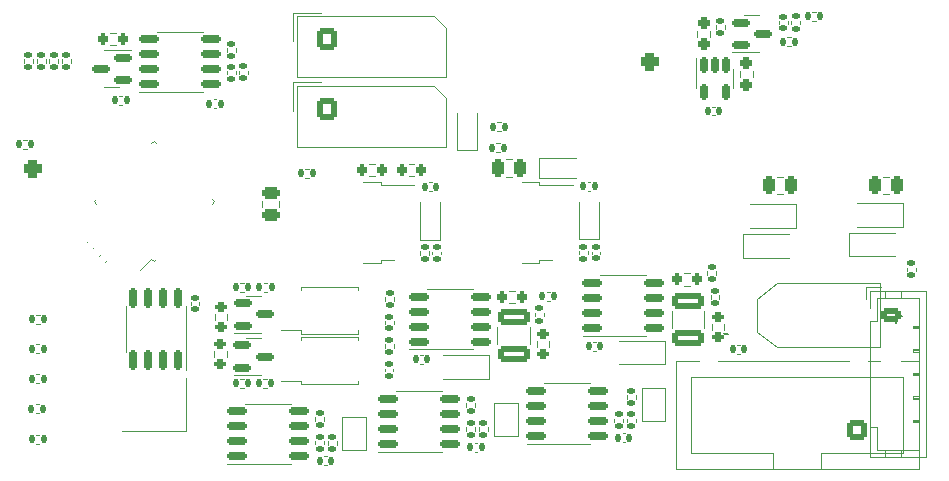
<source format=gbr>
%TF.GenerationSoftware,KiCad,Pcbnew,(6.0.11)*%
%TF.CreationDate,2024-02-10T16:45:40+09:00*%
%TF.ProjectId,SmallMD,536d616c-6c4d-4442-9e6b-696361645f70,rev?*%
%TF.SameCoordinates,Original*%
%TF.FileFunction,Legend,Bot*%
%TF.FilePolarity,Positive*%
%FSLAX46Y46*%
G04 Gerber Fmt 4.6, Leading zero omitted, Abs format (unit mm)*
G04 Created by KiCad (PCBNEW (6.0.11)) date 2024-02-10 16:45:40*
%MOMM*%
%LPD*%
G01*
G04 APERTURE LIST*
G04 Aperture macros list*
%AMRoundRect*
0 Rectangle with rounded corners*
0 $1 Rounding radius*
0 $2 $3 $4 $5 $6 $7 $8 $9 X,Y pos of 4 corners*
0 Add a 4 corners polygon primitive as box body*
4,1,4,$2,$3,$4,$5,$6,$7,$8,$9,$2,$3,0*
0 Add four circle primitives for the rounded corners*
1,1,$1+$1,$2,$3*
1,1,$1+$1,$4,$5*
1,1,$1+$1,$6,$7*
1,1,$1+$1,$8,$9*
0 Add four rect primitives between the rounded corners*
20,1,$1+$1,$2,$3,$4,$5,0*
20,1,$1+$1,$4,$5,$6,$7,0*
20,1,$1+$1,$6,$7,$8,$9,0*
20,1,$1+$1,$8,$9,$2,$3,0*%
%AMFreePoly0*
4,1,6,1.000000,0.000000,0.500000,-0.750000,-0.500000,-0.750000,-0.500000,0.750000,0.500000,0.750000,1.000000,0.000000,1.000000,0.000000,$1*%
%AMFreePoly1*
4,1,6,0.500000,-0.750000,-0.650000,-0.750000,-0.150000,0.000000,-0.650000,0.750000,0.500000,0.750000,0.500000,-0.750000,0.500000,-0.750000,$1*%
G04 Aperture macros list end*
%ADD10C,0.150000*%
%ADD11C,0.120000*%
%ADD12RoundRect,0.381000X-0.381000X-0.381000X0.381000X-0.381000X0.381000X0.381000X-0.381000X0.381000X0*%
%ADD13C,1.524000*%
%ADD14R,3.800000X3.800000*%
%ADD15C,3.800000*%
%ADD16C,2.000000*%
%ADD17R,1.700000X1.700000*%
%ADD18O,1.700000X1.700000*%
%ADD19C,1.600000*%
%ADD20O,1.600000X1.600000*%
%ADD21R,1.600000X1.600000*%
%ADD22R,0.900000X1.200000*%
%ADD23RoundRect,0.135000X0.135000X0.185000X-0.135000X0.185000X-0.135000X-0.185000X0.135000X-0.185000X0*%
%ADD24RoundRect,0.150000X-0.675000X-0.150000X0.675000X-0.150000X0.675000X0.150000X-0.675000X0.150000X0*%
%ADD25RoundRect,0.250000X-0.475000X0.250000X-0.475000X-0.250000X0.475000X-0.250000X0.475000X0.250000X0*%
%ADD26RoundRect,0.135000X-0.185000X0.135000X-0.185000X-0.135000X0.185000X-0.135000X0.185000X0.135000X0*%
%ADD27RoundRect,0.140000X0.170000X-0.140000X0.170000X0.140000X-0.170000X0.140000X-0.170000X-0.140000X0*%
%ADD28R,1.000000X1.000000*%
%ADD29RoundRect,0.250000X-0.600000X-0.675000X0.600000X-0.675000X0.600000X0.675000X-0.600000X0.675000X0*%
%ADD30O,1.700000X1.850000*%
%ADD31RoundRect,0.140000X-0.170000X0.140000X-0.170000X-0.140000X0.170000X-0.140000X0.170000X0.140000X0*%
%ADD32RoundRect,0.237500X0.237500X-0.250000X0.237500X0.250000X-0.237500X0.250000X-0.237500X-0.250000X0*%
%ADD33R,2.000000X0.640000*%
%ADD34R,2.200000X1.200000*%
%ADD35R,6.400000X5.800000*%
%ADD36RoundRect,0.200000X-0.200000X-0.275000X0.200000X-0.275000X0.200000X0.275000X-0.200000X0.275000X0*%
%ADD37RoundRect,0.200000X-0.275000X0.200000X-0.275000X-0.200000X0.275000X-0.200000X0.275000X0.200000X0*%
%ADD38RoundRect,0.135000X0.185000X-0.135000X0.185000X0.135000X-0.185000X0.135000X-0.185000X-0.135000X0*%
%ADD39C,4.000000*%
%ADD40R,2.100000X1.800000*%
%ADD41RoundRect,0.135000X-0.135000X-0.185000X0.135000X-0.185000X0.135000X0.185000X-0.135000X0.185000X0*%
%ADD42RoundRect,0.150000X-0.150000X0.512500X-0.150000X-0.512500X0.150000X-0.512500X0.150000X0.512500X0*%
%ADD43RoundRect,0.250000X0.600000X-0.600000X0.600000X0.600000X-0.600000X0.600000X-0.600000X-0.600000X0*%
%ADD44C,1.700000*%
%ADD45RoundRect,0.140000X-0.140000X-0.170000X0.140000X-0.170000X0.140000X0.170000X-0.140000X0.170000X0*%
%ADD46RoundRect,0.150000X0.150000X-0.675000X0.150000X0.675000X-0.150000X0.675000X-0.150000X-0.675000X0*%
%ADD47RoundRect,0.250000X0.250000X0.475000X-0.250000X0.475000X-0.250000X-0.475000X0.250000X-0.475000X0*%
%ADD48FreePoly0,270.000000*%
%ADD49FreePoly1,270.000000*%
%ADD50RoundRect,0.200000X0.200000X0.275000X-0.200000X0.275000X-0.200000X-0.275000X0.200000X-0.275000X0*%
%ADD51RoundRect,0.140000X-0.021213X0.219203X-0.219203X0.021213X0.021213X-0.219203X0.219203X-0.021213X0*%
%ADD52RoundRect,0.150000X-0.587500X-0.150000X0.587500X-0.150000X0.587500X0.150000X-0.587500X0.150000X0*%
%ADD53RoundRect,0.140000X0.140000X0.170000X-0.140000X0.170000X-0.140000X-0.170000X0.140000X-0.170000X0*%
%ADD54RoundRect,0.237500X-0.237500X0.250000X-0.237500X-0.250000X0.237500X-0.250000X0.237500X0.250000X0*%
%ADD55RoundRect,0.250000X1.100000X-0.412500X1.100000X0.412500X-1.100000X0.412500X-1.100000X-0.412500X0*%
%ADD56RoundRect,0.250000X-0.625000X0.350000X-0.625000X-0.350000X0.625000X-0.350000X0.625000X0.350000X0*%
%ADD57O,1.750000X1.200000*%
%ADD58RoundRect,0.150000X0.587500X0.150000X-0.587500X0.150000X-0.587500X-0.150000X0.587500X-0.150000X0*%
%ADD59RoundRect,0.200000X0.275000X-0.200000X0.275000X0.200000X-0.275000X0.200000X-0.275000X-0.200000X0*%
%ADD60RoundRect,0.125000X-0.353553X-0.530330X0.530330X0.353553X0.353553X0.530330X-0.530330X-0.353553X0*%
%ADD61RoundRect,0.125000X0.353553X-0.530330X0.530330X-0.353553X-0.353553X0.530330X-0.530330X0.353553X0*%
G04 APERTURE END LIST*
D10*
%TO.C,J4*%
X168601428Y-83217142D02*
X167458571Y-83217142D01*
X168030000Y-83788571D02*
X168030000Y-82645714D01*
X153851428Y-84717142D02*
X152708571Y-84717142D01*
D11*
%TO.C,D19*%
X159610000Y-73720000D02*
X159610000Y-75720000D01*
X159610000Y-73720000D02*
X155710000Y-73720000D01*
X159610000Y-75720000D02*
X155710000Y-75720000D01*
%TO.C,R1*%
X95573641Y-83820000D02*
X95266359Y-83820000D01*
X95573641Y-83060000D02*
X95266359Y-83060000D01*
%TO.C,U10*%
X130269072Y-85995315D02*
X126819072Y-85995315D01*
X130269072Y-85995315D02*
X132219072Y-85995315D01*
X130269072Y-80875315D02*
X128319072Y-80875315D01*
X130269072Y-80875315D02*
X132219072Y-80875315D01*
%TO.C,C7*%
X115845000Y-73458748D02*
X115845000Y-73981252D01*
X114375000Y-73458748D02*
X114375000Y-73981252D01*
%TO.C,R16*%
X94220000Y-61416359D02*
X94220000Y-61723641D01*
X94980000Y-61416359D02*
X94980000Y-61723641D01*
%TO.C,C23*%
X124800000Y-83857836D02*
X124800000Y-83642164D01*
X125520000Y-83857836D02*
X125520000Y-83642164D01*
%TO.C,U11*%
X144970000Y-84845000D02*
X146920000Y-84845000D01*
X144970000Y-79725000D02*
X143020000Y-79725000D01*
X144970000Y-79725000D02*
X146920000Y-79725000D01*
X144970000Y-84845000D02*
X141520000Y-84845000D01*
%TO.C,D8*%
X142932000Y-76672000D02*
X142932000Y-73522000D01*
X141232000Y-76672000D02*
X141232000Y-73522000D01*
X142932000Y-76672000D02*
X141232000Y-76672000D01*
%TO.C,J5*%
X117000000Y-57510000D02*
X119410000Y-57510000D01*
X129920000Y-62930000D02*
X117300000Y-62930000D01*
X117000000Y-59920000D02*
X117000000Y-57510000D01*
X128920000Y-57810000D02*
X129920000Y-58810000D01*
X129920000Y-58810000D02*
X129920000Y-62930000D01*
X117300000Y-57810000D02*
X128920000Y-57810000D01*
X117300000Y-62930000D02*
X117300000Y-57810000D01*
%TO.C,R34*%
X134521141Y-69296385D02*
X134213859Y-69296385D01*
X134521141Y-68536385D02*
X134213859Y-68536385D01*
%TO.C,R38*%
X132435000Y-92574608D02*
X132435000Y-92881890D01*
X131675000Y-92574608D02*
X131675000Y-92881890D01*
%TO.C,R43*%
X133470525Y-92574608D02*
X133470525Y-92881890D01*
X132710525Y-92574608D02*
X132710525Y-92881890D01*
%TO.C,U12*%
X140230000Y-94000000D02*
X142180000Y-94000000D01*
X140230000Y-88880000D02*
X138280000Y-88880000D01*
X140230000Y-88880000D02*
X142180000Y-88880000D01*
X140230000Y-94000000D02*
X136780000Y-94000000D01*
%TO.C,C22*%
X125500000Y-87852836D02*
X125500000Y-87637164D01*
X124780000Y-87852836D02*
X124780000Y-87637164D01*
%TO.C,C3*%
X128810000Y-77742165D02*
X128810000Y-77957837D01*
X129530000Y-77742165D02*
X129530000Y-77957837D01*
%TO.C,R6*%
X95533641Y-94000000D02*
X95226359Y-94000000D01*
X95533641Y-93240000D02*
X95226359Y-93240000D01*
%TO.C,R74*%
X144940000Y-91866359D02*
X144940000Y-92173641D01*
X144180000Y-91866359D02*
X144180000Y-92173641D01*
%TO.C,R45*%
X151237500Y-59522224D02*
X151237500Y-59012776D01*
X152282500Y-59522224D02*
X152282500Y-59012776D01*
%TO.C,C1*%
X158870000Y-58242164D02*
X158870000Y-58457836D01*
X158150000Y-58242164D02*
X158150000Y-58457836D01*
%TO.C,C8*%
X109070000Y-82012164D02*
X109070000Y-82227836D01*
X108350000Y-82012164D02*
X108350000Y-82227836D01*
%TO.C,J6*%
X117300000Y-68830000D02*
X117300000Y-63710000D01*
X129920000Y-68830000D02*
X117300000Y-68830000D01*
X128920000Y-63710000D02*
X129920000Y-64710000D01*
X117300000Y-63710000D02*
X128920000Y-63710000D01*
X117000000Y-63410000D02*
X119410000Y-63410000D01*
X117000000Y-65820000D02*
X117000000Y-63410000D01*
X129920000Y-64710000D02*
X129920000Y-68830000D01*
%TO.C,U9*%
X122479999Y-80990001D02*
X122479999Y-80690001D01*
X117679999Y-84390001D02*
X115979999Y-84390001D01*
X122479999Y-80690001D02*
X117679999Y-80690001D01*
X117679999Y-80690001D02*
X117679999Y-80990001D01*
X122479999Y-84690001D02*
X122479999Y-84390001D01*
X117679999Y-84690001D02*
X122479999Y-84690001D01*
X117679999Y-84390001D02*
X117679999Y-84690001D01*
%TO.C,R15*%
X97440000Y-61426359D02*
X97440000Y-61733641D01*
X98200000Y-61426359D02*
X98200000Y-61733641D01*
%TO.C,U2*%
X136370000Y-71809999D02*
X137870000Y-71809999D01*
X137870000Y-72079999D02*
X140700000Y-72079999D01*
X137870000Y-78709999D02*
X137870000Y-78439999D01*
X137870000Y-71809999D02*
X137870000Y-72079999D01*
X136370000Y-78709999D02*
X137870000Y-78709999D01*
X137870000Y-78439999D02*
X138970000Y-78439999D01*
%TO.C,D15*%
X133610000Y-88515000D02*
X129710000Y-88515000D01*
X133610000Y-86515000D02*
X129710000Y-86515000D01*
X133610000Y-86515000D02*
X133610000Y-88515000D01*
%TO.C,R66*%
X150112742Y-80607500D02*
X150587258Y-80607500D01*
X150112742Y-79562500D02*
X150587258Y-79562500D01*
%TO.C,R71*%
X152840000Y-79381359D02*
X152840000Y-79688641D01*
X152080000Y-79381359D02*
X152080000Y-79688641D01*
%TO.C,R41*%
X111402500Y-83017742D02*
X111402500Y-83492258D01*
X110357500Y-83017742D02*
X110357500Y-83492258D01*
%TO.C,D7*%
X129470000Y-76720000D02*
X127770000Y-76720000D01*
X129470000Y-76720000D02*
X129470000Y-73570000D01*
X127770000Y-76720000D02*
X127770000Y-73570000D01*
%TO.C,R14*%
X96380000Y-61416359D02*
X96380000Y-61723641D01*
X97140000Y-61416359D02*
X97140000Y-61723641D01*
%TO.C,R37*%
X131675000Y-90584608D02*
X131675000Y-90891890D01*
X132435000Y-90584608D02*
X132435000Y-90891890D01*
%TO.C,R17*%
X141970000Y-77973641D02*
X141970000Y-77666359D01*
X141210000Y-77973641D02*
X141210000Y-77666359D01*
%TO.C,J4*%
X158020000Y-85820000D02*
X166740000Y-85820000D01*
X156320000Y-84520000D02*
X156320000Y-81700000D01*
X156320000Y-84520000D02*
X158020000Y-85820000D01*
X156320000Y-81700000D02*
X158020000Y-80400000D01*
X166740000Y-85820000D02*
X166740000Y-80400000D01*
X158020000Y-80400000D02*
X166740000Y-80400000D01*
%TO.C,Y1*%
X107950000Y-92928928D02*
X102550000Y-92928928D01*
X107950000Y-88428928D02*
X107950000Y-92928928D01*
%TO.C,D20*%
X155110000Y-76260000D02*
X159010000Y-76260000D01*
X155110000Y-78260000D02*
X155110000Y-76260000D01*
X155110000Y-78260000D02*
X159010000Y-78260000D01*
%TO.C,R59*%
X124800000Y-81873641D02*
X124800000Y-81566359D01*
X125560000Y-81873641D02*
X125560000Y-81566359D01*
%TO.C,R7*%
X160956359Y-58190000D02*
X161263641Y-58190000D01*
X160956359Y-57430000D02*
X161263641Y-57430000D01*
%TO.C,R8*%
X159180000Y-58176359D02*
X159180000Y-58483641D01*
X159940000Y-58176359D02*
X159940000Y-58483641D01*
%TO.C,R42*%
X119950000Y-93756359D02*
X119950000Y-94063641D01*
X120710000Y-93756359D02*
X120710000Y-94063641D01*
%TO.C,R48*%
X112526359Y-80365000D02*
X112833641Y-80365000D01*
X112526359Y-81125000D02*
X112833641Y-81125000D01*
%TO.C,R54*%
X102256359Y-64520000D02*
X102563641Y-64520000D01*
X102256359Y-65280000D02*
X102563641Y-65280000D01*
%TO.C,R72*%
X168950000Y-79086359D02*
X168950000Y-79393641D01*
X169710000Y-79086359D02*
X169710000Y-79393641D01*
%TO.C,R19*%
X128520000Y-78013641D02*
X128520000Y-77706359D01*
X127760000Y-78013641D02*
X127760000Y-77706359D01*
%TO.C,U6*%
X151160000Y-63107500D02*
X151160000Y-61307500D01*
X151160000Y-63107500D02*
X151160000Y-63907500D01*
X154280000Y-63107500D02*
X154280000Y-63907500D01*
X154280000Y-63107500D02*
X154280000Y-62307500D01*
%TO.C,J7*%
X149390000Y-96120000D02*
X169970000Y-96120000D01*
X169970000Y-87000000D02*
X149390000Y-87000000D01*
X157630000Y-94810000D02*
X157630000Y-94810000D01*
X150690000Y-88310000D02*
X150690000Y-94810000D01*
X161730000Y-96120000D02*
X161730000Y-94810000D01*
X157630000Y-94810000D02*
X157630000Y-96120000D01*
X169970000Y-96120000D02*
X169970000Y-87000000D01*
X149390000Y-87000000D02*
X149390000Y-96120000D01*
X168670000Y-94810000D02*
X168670000Y-88310000D01*
X150690000Y-94810000D02*
X157630000Y-94810000D01*
X168670000Y-88310000D02*
X150690000Y-88310000D01*
X161730000Y-94810000D02*
X168670000Y-94810000D01*
%TO.C,U1*%
X124440000Y-78700000D02*
X124440000Y-78430000D01*
X124440000Y-71800000D02*
X124440000Y-72070000D01*
X124440000Y-72070000D02*
X127270000Y-72070000D01*
X122940000Y-78700000D02*
X124440000Y-78700000D01*
X124440000Y-78430000D02*
X125540000Y-78430000D01*
X122940000Y-71800000D02*
X124440000Y-71800000D01*
%TO.C,C6*%
X141952164Y-72570000D02*
X142167836Y-72570000D01*
X141952164Y-71850000D02*
X142167836Y-71850000D01*
%TO.C,C24*%
X110302164Y-64850000D02*
X110517836Y-64850000D01*
X110302164Y-65570000D02*
X110517836Y-65570000D01*
%TO.C,U13*%
X102820000Y-84278929D02*
X102820000Y-86228929D01*
X107940000Y-84278929D02*
X107940000Y-87728929D01*
X102820000Y-84278929D02*
X102820000Y-82328929D01*
X107940000Y-84278929D02*
X107940000Y-82328929D01*
%TO.C,C17*%
X167471252Y-72855000D02*
X166948748Y-72855000D01*
X167471252Y-71385000D02*
X166948748Y-71385000D01*
%TO.C,R40*%
X111382500Y-86167742D02*
X111382500Y-86642258D01*
X110337500Y-86167742D02*
X110337500Y-86642258D01*
%TO.C,R73*%
X146000000Y-89886359D02*
X146000000Y-90193641D01*
X145240000Y-89886359D02*
X145240000Y-90193641D01*
%TO.C,JP1*%
X123180000Y-91760000D02*
X121180000Y-91760000D01*
X123180000Y-94560000D02*
X123180000Y-91760000D01*
X121180000Y-91760000D02*
X121180000Y-94560000D01*
X121180000Y-94560000D02*
X123180000Y-94560000D01*
%TO.C,C18*%
X158471252Y-71385000D02*
X157948748Y-71385000D01*
X158471252Y-72855000D02*
X157948748Y-72855000D01*
%TO.C,R13*%
X96060000Y-61416359D02*
X96060000Y-61723641D01*
X95300000Y-61416359D02*
X95300000Y-61723641D01*
%TO.C,R56*%
X112150000Y-60486359D02*
X112150000Y-60793641D01*
X111390000Y-60486359D02*
X111390000Y-60793641D01*
%TO.C,R49*%
X101996306Y-60242500D02*
X101521790Y-60242500D01*
X101996306Y-59197500D02*
X101521790Y-59197500D01*
%TO.C,U5*%
X127675000Y-89538249D02*
X129625000Y-89538249D01*
X127675000Y-94658249D02*
X124225000Y-94658249D01*
X127675000Y-89538249D02*
X125725000Y-89538249D01*
X127675000Y-94658249D02*
X129625000Y-94658249D01*
%TO.C,R12*%
X123922258Y-70287500D02*
X123447742Y-70287500D01*
X123922258Y-71332500D02*
X123447742Y-71332500D01*
%TO.C,U7*%
X107450000Y-59110000D02*
X109400000Y-59110000D01*
X107450000Y-64230000D02*
X104000000Y-64230000D01*
X107450000Y-59110000D02*
X105500000Y-59110000D01*
X107450000Y-64230000D02*
X109400000Y-64230000D01*
%TO.C,R64*%
X135322742Y-82077500D02*
X135797258Y-82077500D01*
X135322742Y-81032500D02*
X135797258Y-81032500D01*
%TO.C,R47*%
X112546359Y-88510000D02*
X112853641Y-88510000D01*
X112546359Y-89270000D02*
X112853641Y-89270000D01*
%TO.C,C11*%
X99681693Y-76789190D02*
X99529190Y-76941693D01*
X100190810Y-77298307D02*
X100038307Y-77450810D01*
%TO.C,R11*%
X127257258Y-70277500D02*
X126782742Y-70277500D01*
X127257258Y-71322500D02*
X126782742Y-71322500D01*
%TO.C,C29*%
X154622164Y-86370000D02*
X154837836Y-86370000D01*
X154622164Y-85650000D02*
X154837836Y-85650000D01*
%TO.C,D14*%
X130850000Y-69150000D02*
X130850000Y-66000000D01*
X132550000Y-69150000D02*
X132550000Y-66000000D01*
X132550000Y-69150000D02*
X130850000Y-69150000D01*
%TO.C,C30*%
X144902164Y-93120000D02*
X145117836Y-93120000D01*
X144902164Y-93840000D02*
X145117836Y-93840000D01*
%TO.C,Q15*%
X113670000Y-84600000D02*
X114320000Y-84600000D01*
X113670000Y-84600000D02*
X111995000Y-84600000D01*
X113670000Y-81480000D02*
X113020000Y-81480000D01*
X113670000Y-81480000D02*
X114320000Y-81480000D01*
%TO.C,U8*%
X117670000Y-88955000D02*
X122470000Y-88955000D01*
X122470000Y-85255000D02*
X122470000Y-84955000D01*
X122470000Y-88955000D02*
X122470000Y-88655000D01*
X122470000Y-84955000D02*
X117670000Y-84955000D01*
X117670000Y-84955000D02*
X117670000Y-85255000D01*
X117670000Y-88655000D02*
X117670000Y-88955000D01*
X117670000Y-88655000D02*
X115970000Y-88655000D01*
%TO.C,D22*%
X164110000Y-78120000D02*
X168010000Y-78120000D01*
X164110000Y-78120000D02*
X164110000Y-76120000D01*
X164110000Y-76120000D02*
X168010000Y-76120000D01*
%TO.C,R75*%
X145250000Y-91866359D02*
X145250000Y-92173641D01*
X146010000Y-91866359D02*
X146010000Y-92173641D01*
%TO.C,C2*%
X135551252Y-69915000D02*
X135028748Y-69915000D01*
X135551252Y-71385000D02*
X135028748Y-71385000D01*
%TO.C,C4*%
X143030000Y-77722164D02*
X143030000Y-77937836D01*
X142310000Y-77722164D02*
X142310000Y-77937836D01*
%TO.C,C12*%
X100761693Y-77959190D02*
X100609190Y-78111693D01*
X101270810Y-78468307D02*
X101118307Y-78620810D01*
%TO.C,JP2*%
X136025000Y-93358249D02*
X136025000Y-90558249D01*
X136025000Y-90558249D02*
X134025000Y-90558249D01*
X134025000Y-93358249D02*
X136025000Y-93358249D01*
X134025000Y-90558249D02*
X134025000Y-93358249D01*
%TO.C,C21*%
X132397164Y-93938249D02*
X132612836Y-93938249D01*
X132397164Y-94658249D02*
X132612836Y-94658249D01*
%TO.C,Q14*%
X113650000Y-85055000D02*
X113000000Y-85055000D01*
X113650000Y-88175000D02*
X114300000Y-88175000D01*
X113650000Y-88175000D02*
X111975000Y-88175000D01*
X113650000Y-85055000D02*
X114300000Y-85055000D01*
%TO.C,C20*%
X119626640Y-95067895D02*
X119842312Y-95067895D01*
X119626640Y-95787895D02*
X119842312Y-95787895D01*
%TO.C,C26*%
X142647836Y-86115000D02*
X142432164Y-86115000D01*
X142647836Y-85395000D02*
X142432164Y-85395000D01*
%TO.C,R57*%
X111400000Y-62416359D02*
X111400000Y-62723641D01*
X112160000Y-62416359D02*
X112160000Y-62723641D01*
%TO.C,R68*%
X137480000Y-82901359D02*
X137480000Y-83208641D01*
X138240000Y-82901359D02*
X138240000Y-83208641D01*
%TO.C,JP4*%
X148520000Y-89270000D02*
X146520000Y-89270000D01*
X146520000Y-89270000D02*
X146520000Y-92070000D01*
X148520000Y-92070000D02*
X148520000Y-89270000D01*
X146520000Y-92070000D02*
X148520000Y-92070000D01*
%TO.C,R44*%
X155912500Y-62442776D02*
X155912500Y-62952224D01*
X154867500Y-62442776D02*
X154867500Y-62952224D01*
%TO.C,R50*%
X114793641Y-89270000D02*
X114486359Y-89270000D01*
X114793641Y-88510000D02*
X114486359Y-88510000D01*
%TO.C,R3*%
X95533641Y-88880000D02*
X95226359Y-88880000D01*
X95533641Y-88120000D02*
X95226359Y-88120000D01*
%TO.C,R2*%
X95533641Y-86340000D02*
X95226359Y-86340000D01*
X95533641Y-85580000D02*
X95226359Y-85580000D01*
%TO.C,Q2*%
X155840000Y-57730000D02*
X155190000Y-57730000D01*
X155840000Y-57730000D02*
X156490000Y-57730000D01*
X155840000Y-60850000D02*
X154165000Y-60850000D01*
X155840000Y-60850000D02*
X156490000Y-60850000D01*
%TO.C,R60*%
X112410000Y-62713641D02*
X112410000Y-62406359D01*
X113170000Y-62713641D02*
X113170000Y-62406359D01*
%TO.C,R10*%
X152800000Y-58883641D02*
X152800000Y-58576359D01*
X153560000Y-58883641D02*
X153560000Y-58576359D01*
%TO.C,C28*%
X149100000Y-84206252D02*
X149100000Y-82783748D01*
X151820000Y-84206252D02*
X151820000Y-82783748D01*
%TO.C,D1*%
X137850000Y-71470000D02*
X137850000Y-69770000D01*
X137850000Y-71470000D02*
X141000000Y-71470000D01*
X137850000Y-69770000D02*
X141000000Y-69770000D01*
%TO.C,R4*%
X94473641Y-68250000D02*
X94166359Y-68250000D01*
X94473641Y-69010000D02*
X94166359Y-69010000D01*
%TO.C,R35*%
X119640000Y-91726359D02*
X119640000Y-92033641D01*
X118880000Y-91726359D02*
X118880000Y-92033641D01*
%TO.C,J8*%
X169460000Y-88190000D02*
X169960000Y-88190000D01*
X167160000Y-81030000D02*
X167160000Y-81640000D01*
X165550000Y-80730000D02*
X166800000Y-80730000D01*
X166460000Y-81640000D02*
X169960000Y-81640000D01*
X165850000Y-81030000D02*
X170570000Y-81030000D01*
X169960000Y-86090000D02*
X169460000Y-86090000D01*
X169460000Y-85990000D02*
X169460000Y-86190000D01*
X169460000Y-84190000D02*
X169960000Y-84190000D01*
X166460000Y-83590000D02*
X166460000Y-81640000D01*
X169460000Y-87990000D02*
X169460000Y-88190000D01*
X169960000Y-83990000D02*
X169460000Y-83990000D01*
X169460000Y-83990000D02*
X169460000Y-84190000D01*
X165850000Y-95150000D02*
X165850000Y-81030000D01*
X165850000Y-82790000D02*
X165650000Y-82790000D01*
X169960000Y-85990000D02*
X169460000Y-85990000D01*
X169460000Y-92190000D02*
X169960000Y-92190000D01*
X169460000Y-86190000D02*
X169960000Y-86190000D01*
X169960000Y-81640000D02*
X169960000Y-94540000D01*
X165750000Y-82790000D02*
X165750000Y-82490000D01*
X167160000Y-95150000D02*
X167160000Y-94540000D01*
X169960000Y-87990000D02*
X169460000Y-87990000D01*
X165650000Y-82790000D02*
X165650000Y-82490000D01*
X165550000Y-81980000D02*
X165550000Y-80730000D01*
X168460000Y-95150000D02*
X168460000Y-94540000D01*
X169960000Y-89990000D02*
X169460000Y-89990000D01*
X166460000Y-92590000D02*
X165850000Y-92590000D01*
X169960000Y-92090000D02*
X169460000Y-92090000D01*
X169960000Y-94540000D02*
X166460000Y-94540000D01*
X168460000Y-81030000D02*
X168460000Y-81640000D01*
X170570000Y-81030000D02*
X170570000Y-95150000D01*
X169960000Y-90090000D02*
X169460000Y-90090000D01*
X169960000Y-88090000D02*
X169460000Y-88090000D01*
X170570000Y-95150000D02*
X165850000Y-95150000D01*
X165650000Y-82490000D02*
X165850000Y-82490000D01*
X165850000Y-83590000D02*
X166460000Y-83590000D01*
X169460000Y-90190000D02*
X169960000Y-90190000D01*
X166460000Y-94540000D02*
X166460000Y-92590000D01*
X169460000Y-91990000D02*
X169460000Y-92190000D01*
X169960000Y-84090000D02*
X169460000Y-84090000D01*
X169460000Y-89990000D02*
X169460000Y-90190000D01*
X169960000Y-91990000D02*
X169460000Y-91990000D01*
%TO.C,Q16*%
X101640000Y-63810000D02*
X102290000Y-63810000D01*
X101640000Y-60690000D02*
X103315000Y-60690000D01*
X101640000Y-63810000D02*
X100990000Y-63810000D01*
X101640000Y-60690000D02*
X100990000Y-60690000D01*
%TO.C,R36*%
X119650000Y-93746359D02*
X119650000Y-94053641D01*
X118890000Y-93746359D02*
X118890000Y-94053641D01*
%TO.C,R31*%
X134573641Y-66793884D02*
X134266359Y-66793884D01*
X134573641Y-67553884D02*
X134266359Y-67553884D01*
%TO.C,R58*%
X125530000Y-85581359D02*
X125530000Y-85888641D01*
X124770000Y-85581359D02*
X124770000Y-85888641D01*
%TO.C,R65*%
X153482500Y-84332258D02*
X153482500Y-83857742D01*
X152437500Y-84332258D02*
X152437500Y-83857742D01*
%TO.C,C27*%
X134310000Y-85556252D02*
X134310000Y-84133748D01*
X137030000Y-85556252D02*
X137030000Y-84133748D01*
%TO.C,U3*%
X105006229Y-78347854D02*
X104076384Y-79277699D01*
X110323672Y-73454675D02*
X110111540Y-73242543D01*
X110111540Y-73666807D02*
X110323672Y-73454675D01*
X100113050Y-73454675D02*
X100325182Y-73666807D01*
X105006229Y-68561496D02*
X105218361Y-68349364D01*
X105218361Y-78559986D02*
X105006229Y-78347854D01*
X105430493Y-78347854D02*
X105218361Y-78559986D01*
X105218361Y-68349364D02*
X105430493Y-68561496D01*
X100325182Y-73242543D02*
X100113050Y-73454675D01*
%TO.C,D16*%
X148470000Y-85275000D02*
X144570000Y-85275000D01*
X148470000Y-85275000D02*
X148470000Y-87275000D01*
X148470000Y-87275000D02*
X144570000Y-87275000D01*
%TO.C,U4*%
X114870000Y-95710000D02*
X111420000Y-95710000D01*
X114870000Y-90590000D02*
X112920000Y-90590000D01*
X114870000Y-90590000D02*
X116820000Y-90590000D01*
X114870000Y-95710000D02*
X116820000Y-95710000D01*
%TO.C,R5*%
X95513641Y-90660000D02*
X95206359Y-90660000D01*
X95513641Y-91420000D02*
X95206359Y-91420000D01*
%TO.C,R70*%
X152350000Y-81411359D02*
X152350000Y-81718641D01*
X153110000Y-81411359D02*
X153110000Y-81718641D01*
%TO.C,R51*%
X114823641Y-81145000D02*
X114516359Y-81145000D01*
X114823641Y-80385000D02*
X114516359Y-80385000D01*
%TO.C,R69*%
X138773641Y-81890000D02*
X138466359Y-81890000D01*
X138773641Y-81130000D02*
X138466359Y-81130000D01*
%TO.C,R9*%
X159143641Y-59570000D02*
X158836359Y-59570000D01*
X159143641Y-60330000D02*
X158836359Y-60330000D01*
%TO.C,C5*%
X128512164Y-71870000D02*
X128727836Y-71870000D01*
X128512164Y-72590000D02*
X128727836Y-72590000D01*
%TO.C,R63*%
X138672500Y-85802258D02*
X138672500Y-85327742D01*
X137627500Y-85802258D02*
X137627500Y-85327742D01*
%TO.C,C19*%
X152717836Y-65477500D02*
X152502164Y-65477500D01*
X152717836Y-66197500D02*
X152502164Y-66197500D01*
%TO.C,C25*%
X127967836Y-86485000D02*
X127752164Y-86485000D01*
X127967836Y-87205000D02*
X127752164Y-87205000D01*
%TO.C,D21*%
X168610000Y-75640000D02*
X164710000Y-75640000D01*
X168610000Y-73640000D02*
X168610000Y-75640000D01*
X168610000Y-73640000D02*
X164710000Y-73640000D01*
%TO.C,R18*%
X118036359Y-70730000D02*
X118343641Y-70730000D01*
X118036359Y-71490000D02*
X118343641Y-71490000D01*
%TD*%
%LPC*%
D12*
%TO.C,SW3*%
X147200000Y-61690000D03*
D13*
X144000000Y-64190000D03*
X147200000Y-66690000D03*
%TD*%
D14*
%TO.C,J1*%
X167070000Y-65740000D03*
D15*
X167070000Y-60740000D03*
%TD*%
D16*
%TO.C,TP5*%
X115300000Y-66600000D03*
%TD*%
D12*
%TO.C,SW2*%
X94960000Y-70710000D03*
D13*
X94960000Y-73250000D03*
X94960000Y-75790000D03*
%TD*%
D17*
%TO.C,JP3*%
X116050000Y-60335000D03*
D18*
X116050000Y-62875000D03*
%TD*%
D19*
%TO.C,R67*%
X164930000Y-87270000D03*
D20*
X152230000Y-87270000D03*
%TD*%
D21*
%TO.C,SW1*%
X92740000Y-83345000D03*
D20*
X92740000Y-85885000D03*
X92740000Y-88425000D03*
X92740000Y-90965000D03*
X92740000Y-93505000D03*
X100360000Y-93505000D03*
X100360000Y-90965000D03*
X100360000Y-88425000D03*
X100360000Y-85885000D03*
X100360000Y-83345000D03*
%TD*%
D22*
%TO.C,D19*%
X159010000Y-74720000D03*
X155710000Y-74720000D03*
%TD*%
D23*
%TO.C,R1*%
X95930000Y-83440000D03*
X94910000Y-83440000D03*
%TD*%
D24*
%TO.C,U10*%
X127644072Y-85340315D03*
X127644072Y-84070315D03*
X127644072Y-82800315D03*
X127644072Y-81530315D03*
X132894072Y-81530315D03*
X132894072Y-82800315D03*
X132894072Y-84070315D03*
X132894072Y-85340315D03*
%TD*%
D25*
%TO.C,C7*%
X115110000Y-72770000D03*
X115110000Y-74670000D03*
%TD*%
D26*
%TO.C,R16*%
X94600000Y-61060000D03*
X94600000Y-62080000D03*
%TD*%
D27*
%TO.C,C23*%
X125160000Y-84230000D03*
X125160000Y-83270000D03*
%TD*%
D24*
%TO.C,U11*%
X142345000Y-84190000D03*
X142345000Y-82920000D03*
X142345000Y-81650000D03*
X142345000Y-80380000D03*
X147595000Y-80380000D03*
X147595000Y-81650000D03*
X147595000Y-82920000D03*
X147595000Y-84190000D03*
%TD*%
D28*
%TO.C,D8*%
X142082000Y-76022000D03*
X142082000Y-73522000D03*
%TD*%
D29*
%TO.C,J5*%
X119860000Y-59720000D03*
D30*
X122360000Y-59720000D03*
X124860000Y-59720000D03*
X127360000Y-59720000D03*
%TD*%
D23*
%TO.C,R34*%
X134877500Y-68916385D03*
X133857500Y-68916385D03*
%TD*%
D26*
%TO.C,R38*%
X132055000Y-92218249D03*
X132055000Y-93238249D03*
%TD*%
%TO.C,R43*%
X133090525Y-92218249D03*
X133090525Y-93238249D03*
%TD*%
D24*
%TO.C,U12*%
X137605000Y-93345000D03*
X137605000Y-92075000D03*
X137605000Y-90805000D03*
X137605000Y-89535000D03*
X142855000Y-89535000D03*
X142855000Y-90805000D03*
X142855000Y-92075000D03*
X142855000Y-93345000D03*
%TD*%
D27*
%TO.C,C22*%
X125140000Y-88225000D03*
X125140000Y-87265000D03*
%TD*%
D31*
%TO.C,C3*%
X129170000Y-77370001D03*
X129170000Y-78330001D03*
%TD*%
D23*
%TO.C,R6*%
X95890000Y-93620000D03*
X94870000Y-93620000D03*
%TD*%
D26*
%TO.C,R74*%
X144560000Y-91510000D03*
X144560000Y-92530000D03*
%TD*%
D32*
%TO.C,R45*%
X151760000Y-60180000D03*
X151760000Y-58355000D03*
%TD*%
D31*
%TO.C,C1*%
X158510000Y-57870000D03*
X158510000Y-58830000D03*
%TD*%
%TO.C,C8*%
X108710000Y-81640000D03*
X108710000Y-82600000D03*
%TD*%
D29*
%TO.C,J6*%
X119860000Y-65620000D03*
D30*
X122360000Y-65620000D03*
X124860000Y-65620000D03*
X127360000Y-65620000D03*
%TD*%
D33*
%TO.C,U9*%
X116929999Y-83960001D03*
X116929999Y-82690001D03*
X116929999Y-81420001D03*
X123229999Y-81420001D03*
X123229999Y-82690001D03*
X123229999Y-83960001D03*
%TD*%
D26*
%TO.C,R15*%
X97820000Y-61070000D03*
X97820000Y-62090000D03*
%TD*%
D34*
%TO.C,U2*%
X139600000Y-72979999D03*
D35*
X133300000Y-75259999D03*
D34*
X139600000Y-75259999D03*
X139600000Y-77539999D03*
%TD*%
D22*
%TO.C,D15*%
X133010000Y-87515000D03*
X129710000Y-87515000D03*
%TD*%
D36*
%TO.C,R66*%
X149525000Y-80085000D03*
X151175000Y-80085000D03*
%TD*%
D26*
%TO.C,R71*%
X152460000Y-79025000D03*
X152460000Y-80045000D03*
%TD*%
D37*
%TO.C,R41*%
X110880000Y-82430000D03*
X110880000Y-84080000D03*
%TD*%
D28*
%TO.C,D7*%
X128620000Y-76070000D03*
X128620000Y-73570000D03*
%TD*%
D26*
%TO.C,R14*%
X96760000Y-61060000D03*
X96760000Y-62080000D03*
%TD*%
%TO.C,R37*%
X132055000Y-90228249D03*
X132055000Y-91248249D03*
%TD*%
D38*
%TO.C,R17*%
X141590000Y-78330000D03*
X141590000Y-77310000D03*
%TD*%
D14*
%TO.C,J4*%
X159030000Y-83110000D03*
D39*
X164030000Y-83110000D03*
%TD*%
D40*
%TO.C,Y1*%
X106700000Y-91828928D03*
X103800000Y-91828928D03*
X103800000Y-89528928D03*
X106700000Y-89528928D03*
%TD*%
D22*
%TO.C,D20*%
X155710000Y-77260000D03*
X159010000Y-77260000D03*
%TD*%
D38*
%TO.C,R59*%
X125180000Y-82230000D03*
X125180000Y-81210000D03*
%TD*%
D41*
%TO.C,R7*%
X160600000Y-57810000D03*
X161620000Y-57810000D03*
%TD*%
D26*
%TO.C,R8*%
X159560000Y-57820000D03*
X159560000Y-58840000D03*
%TD*%
%TO.C,R42*%
X120330000Y-93400000D03*
X120330000Y-94420000D03*
%TD*%
D41*
%TO.C,R48*%
X112170000Y-80745000D03*
X113190000Y-80745000D03*
%TD*%
%TO.C,R54*%
X101900000Y-64900000D03*
X102920000Y-64900000D03*
%TD*%
D26*
%TO.C,R72*%
X169330000Y-78730000D03*
X169330000Y-79750000D03*
%TD*%
D38*
%TO.C,R19*%
X128140000Y-78370000D03*
X128140000Y-77350000D03*
%TD*%
D42*
%TO.C,U6*%
X151770000Y-61970000D03*
X152720000Y-61970000D03*
X153670000Y-61970000D03*
X153670000Y-64245000D03*
X151770000Y-64245000D03*
%TD*%
D43*
%TO.C,J7*%
X164760000Y-92830000D03*
D44*
X164760000Y-90290000D03*
X162220000Y-92830000D03*
X162220000Y-90290000D03*
X159680000Y-92830000D03*
X159680000Y-90290000D03*
X157140000Y-92830000D03*
X157140000Y-90290000D03*
X154600000Y-92830000D03*
X154600000Y-90290000D03*
%TD*%
D34*
%TO.C,U1*%
X126170000Y-72970000D03*
D35*
X119870000Y-75250000D03*
D34*
X126170000Y-75250000D03*
X126170000Y-77530000D03*
%TD*%
D45*
%TO.C,C6*%
X141580000Y-72210000D03*
X142540000Y-72210000D03*
%TD*%
%TO.C,C24*%
X109930000Y-65210000D03*
X110890000Y-65210000D03*
%TD*%
D46*
%TO.C,U13*%
X107285000Y-86903929D03*
X106015000Y-86903929D03*
X104745000Y-86903929D03*
X103475000Y-86903929D03*
X103475000Y-81653929D03*
X104745000Y-81653929D03*
X106015000Y-81653929D03*
X107285000Y-81653929D03*
%TD*%
D47*
%TO.C,C17*%
X168160000Y-72120000D03*
X166260000Y-72120000D03*
%TD*%
D37*
%TO.C,R40*%
X110860000Y-85580000D03*
X110860000Y-87230000D03*
%TD*%
D26*
%TO.C,R73*%
X145620000Y-89530000D03*
X145620000Y-90550000D03*
%TD*%
D48*
%TO.C,JP1*%
X122180000Y-92435000D03*
D49*
X122180000Y-93885000D03*
%TD*%
D47*
%TO.C,C18*%
X159160000Y-72120000D03*
X157260000Y-72120000D03*
%TD*%
D26*
%TO.C,R13*%
X95680000Y-61060000D03*
X95680000Y-62080000D03*
%TD*%
%TO.C,R56*%
X111770000Y-60130000D03*
X111770000Y-61150000D03*
%TD*%
D50*
%TO.C,R49*%
X102584048Y-59720000D03*
X100934048Y-59720000D03*
%TD*%
D24*
%TO.C,U5*%
X125050000Y-94003249D03*
X125050000Y-92733249D03*
X125050000Y-91463249D03*
X125050000Y-90193249D03*
X130300000Y-90193249D03*
X130300000Y-91463249D03*
X130300000Y-92733249D03*
X130300000Y-94003249D03*
%TD*%
D50*
%TO.C,R12*%
X124510000Y-70810000D03*
X122860000Y-70810000D03*
%TD*%
D24*
%TO.C,U7*%
X104825000Y-63575000D03*
X104825000Y-62305000D03*
X104825000Y-61035000D03*
X104825000Y-59765000D03*
X110075000Y-59765000D03*
X110075000Y-61035000D03*
X110075000Y-62305000D03*
X110075000Y-63575000D03*
%TD*%
D36*
%TO.C,R64*%
X134735000Y-81555000D03*
X136385000Y-81555000D03*
%TD*%
D41*
%TO.C,R47*%
X112190000Y-88890000D03*
X113210000Y-88890000D03*
%TD*%
D51*
%TO.C,C11*%
X100199411Y-76780589D03*
X99520589Y-77459411D03*
%TD*%
D50*
%TO.C,R11*%
X127845000Y-70800000D03*
X126195000Y-70800000D03*
%TD*%
D45*
%TO.C,C29*%
X154250000Y-86010000D03*
X155210000Y-86010000D03*
%TD*%
D28*
%TO.C,D14*%
X131700000Y-68500000D03*
X131700000Y-66000000D03*
%TD*%
D45*
%TO.C,C30*%
X144530000Y-93480000D03*
X145490000Y-93480000D03*
%TD*%
D52*
%TO.C,Q15*%
X112732500Y-83990000D03*
X112732500Y-82090000D03*
X114607500Y-83040000D03*
%TD*%
D33*
%TO.C,U8*%
X116920000Y-88225000D03*
X116920000Y-86955000D03*
X116920000Y-85685000D03*
X123220000Y-85685000D03*
X123220000Y-86955000D03*
X123220000Y-88225000D03*
%TD*%
D22*
%TO.C,D22*%
X164710000Y-77120000D03*
X168010000Y-77120000D03*
%TD*%
D26*
%TO.C,R75*%
X145630000Y-91510000D03*
X145630000Y-92530000D03*
%TD*%
D47*
%TO.C,C2*%
X136240000Y-70650000D03*
X134340000Y-70650000D03*
%TD*%
D31*
%TO.C,C4*%
X142670000Y-77350000D03*
X142670000Y-78310000D03*
%TD*%
D51*
%TO.C,C12*%
X101279411Y-77950589D03*
X100600589Y-78629411D03*
%TD*%
D48*
%TO.C,JP2*%
X135025000Y-91233249D03*
D49*
X135025000Y-92683249D03*
%TD*%
D45*
%TO.C,C21*%
X132025000Y-94298249D03*
X132985000Y-94298249D03*
%TD*%
D52*
%TO.C,Q14*%
X112712500Y-87565000D03*
X112712500Y-85665000D03*
X114587500Y-86615000D03*
%TD*%
D45*
%TO.C,C20*%
X119254476Y-95427895D03*
X120214476Y-95427895D03*
%TD*%
D53*
%TO.C,C26*%
X143020000Y-85755000D03*
X142060000Y-85755000D03*
%TD*%
D26*
%TO.C,R57*%
X111780000Y-62060000D03*
X111780000Y-63080000D03*
%TD*%
%TO.C,R68*%
X137860000Y-82545000D03*
X137860000Y-83565000D03*
%TD*%
D48*
%TO.C,JP4*%
X147520000Y-89945000D03*
D49*
X147520000Y-91395000D03*
%TD*%
D54*
%TO.C,R44*%
X155390000Y-61785000D03*
X155390000Y-63610000D03*
%TD*%
D23*
%TO.C,R50*%
X115150000Y-88890000D03*
X114130000Y-88890000D03*
%TD*%
%TO.C,R3*%
X95890000Y-88500000D03*
X94870000Y-88500000D03*
%TD*%
%TO.C,R2*%
X95890000Y-85960000D03*
X94870000Y-85960000D03*
%TD*%
D52*
%TO.C,Q2*%
X154902500Y-60240000D03*
X154902500Y-58340000D03*
X156777500Y-59290000D03*
%TD*%
D38*
%TO.C,R60*%
X112790000Y-63070000D03*
X112790000Y-62050000D03*
%TD*%
%TO.C,R10*%
X153180000Y-59240000D03*
X153180000Y-58220000D03*
%TD*%
D55*
%TO.C,C28*%
X150460000Y-85057500D03*
X150460000Y-81932500D03*
%TD*%
D28*
%TO.C,D1*%
X138500000Y-70620000D03*
X141000000Y-70620000D03*
%TD*%
D23*
%TO.C,R4*%
X94830000Y-68630000D03*
X93810000Y-68630000D03*
%TD*%
D26*
%TO.C,R35*%
X119260000Y-91370000D03*
X119260000Y-92390000D03*
%TD*%
D56*
%TO.C,J8*%
X167660000Y-83090000D03*
D57*
X167660000Y-85090000D03*
X167660000Y-87090000D03*
X167660000Y-89090000D03*
X167660000Y-91090000D03*
X167660000Y-93090000D03*
%TD*%
D58*
%TO.C,Q16*%
X102577500Y-61300000D03*
X102577500Y-63200000D03*
X100702500Y-62250000D03*
%TD*%
D26*
%TO.C,R36*%
X119270000Y-93390000D03*
X119270000Y-94410000D03*
%TD*%
D23*
%TO.C,R31*%
X134930000Y-67173884D03*
X133910000Y-67173884D03*
%TD*%
D26*
%TO.C,R58*%
X125150000Y-85225000D03*
X125150000Y-86245000D03*
%TD*%
D59*
%TO.C,R65*%
X152960000Y-84920000D03*
X152960000Y-83270000D03*
%TD*%
D55*
%TO.C,C27*%
X135670000Y-86407500D03*
X135670000Y-83282500D03*
%TD*%
D60*
%TO.C,U3*%
X104246089Y-78386745D03*
X103680404Y-77821059D03*
X103114718Y-77255374D03*
X102549033Y-76689689D03*
X101983347Y-76124003D03*
X101417662Y-75558318D03*
X100851977Y-74992632D03*
X100286291Y-74426947D03*
D61*
X100286291Y-72482403D03*
X100851977Y-71916718D03*
X101417662Y-71351032D03*
X101983347Y-70785347D03*
X102549033Y-70219661D03*
X103114718Y-69653976D03*
X103680404Y-69088291D03*
X104246089Y-68522605D03*
D60*
X106190633Y-68522605D03*
X106756318Y-69088291D03*
X107322004Y-69653976D03*
X107887689Y-70219661D03*
X108453375Y-70785347D03*
X109019060Y-71351032D03*
X109584745Y-71916718D03*
X110150431Y-72482403D03*
D61*
X110150431Y-74426947D03*
X109584745Y-74992632D03*
X109019060Y-75558318D03*
X108453375Y-76124003D03*
X107887689Y-76689689D03*
X107322004Y-77255374D03*
X106756318Y-77821059D03*
X106190633Y-78386745D03*
%TD*%
D22*
%TO.C,D16*%
X147870000Y-86275000D03*
X144570000Y-86275000D03*
%TD*%
D24*
%TO.C,U4*%
X112245000Y-95055000D03*
X112245000Y-93785000D03*
X112245000Y-92515000D03*
X112245000Y-91245000D03*
X117495000Y-91245000D03*
X117495000Y-92515000D03*
X117495000Y-93785000D03*
X117495000Y-95055000D03*
%TD*%
D23*
%TO.C,R5*%
X95870000Y-91040000D03*
X94850000Y-91040000D03*
%TD*%
D26*
%TO.C,R70*%
X152730000Y-81055000D03*
X152730000Y-82075000D03*
%TD*%
D23*
%TO.C,R51*%
X115180000Y-80765000D03*
X114160000Y-80765000D03*
%TD*%
%TO.C,R69*%
X139130000Y-81510000D03*
X138110000Y-81510000D03*
%TD*%
%TO.C,R9*%
X159500000Y-59950000D03*
X158480000Y-59950000D03*
%TD*%
D45*
%TO.C,C5*%
X128140000Y-72230000D03*
X129100000Y-72230000D03*
%TD*%
D59*
%TO.C,R63*%
X138150000Y-86390000D03*
X138150000Y-84740000D03*
%TD*%
D53*
%TO.C,C19*%
X153090000Y-65837500D03*
X152130000Y-65837500D03*
%TD*%
%TO.C,C25*%
X128340000Y-86845000D03*
X127380000Y-86845000D03*
%TD*%
D22*
%TO.C,D21*%
X168010000Y-74640000D03*
X164710000Y-74640000D03*
%TD*%
D41*
%TO.C,R18*%
X117680000Y-71110000D03*
X118700000Y-71110000D03*
%TD*%
M02*

</source>
